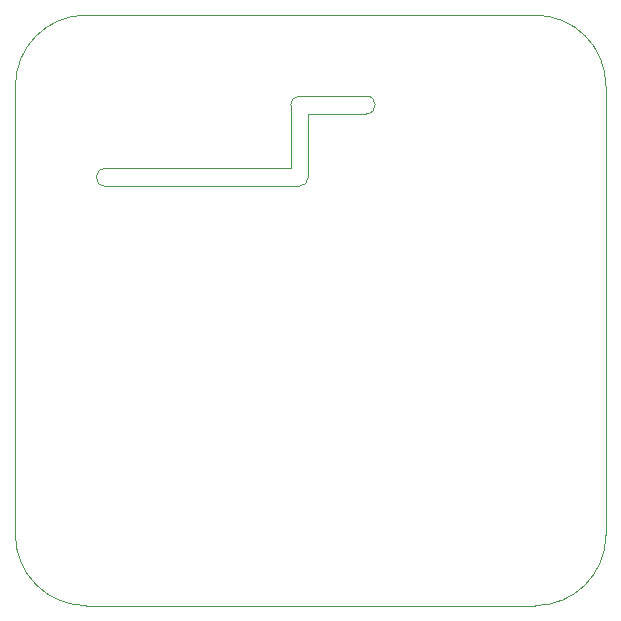
<source format=gbr>
%TF.GenerationSoftware,KiCad,Pcbnew,(6.0.9)*%
%TF.CreationDate,2022-11-20T21:59:21+01:00*%
%TF.ProjectId,repeat-hw,72657065-6174-42d6-9877-2e6b69636164,rev?*%
%TF.SameCoordinates,Original*%
%TF.FileFunction,Profile,NP*%
%FSLAX46Y46*%
G04 Gerber Fmt 4.6, Leading zero omitted, Abs format (unit mm)*
G04 Created by KiCad (PCBNEW (6.0.9)) date 2022-11-20 21:59:21*
%MOMM*%
%LPD*%
G01*
G04 APERTURE LIST*
%TA.AperFunction,Profile*%
%ADD10C,0.100000*%
%TD*%
G04 APERTURE END LIST*
D10*
X174800000Y-129600000D02*
G75*
G03*
X180800000Y-123600000I0J6000000D01*
G01*
X180800000Y-85600000D02*
G75*
G03*
X174800000Y-79600000I-6000000J0D01*
G01*
X138400000Y-92590000D02*
X154100000Y-92590000D01*
X138400000Y-94090000D02*
X154850000Y-94090000D01*
X130800000Y-85600000D02*
X130800000Y-123600000D01*
X180800000Y-123600000D02*
X180800000Y-85600000D01*
X155600000Y-93340000D02*
X155600000Y-87950000D01*
X130800000Y-123600000D02*
G75*
G03*
X136800000Y-129600000I6000000J0D01*
G01*
X138400000Y-92590000D02*
G75*
G03*
X138400000Y-94090000I0J-750000D01*
G01*
X136800000Y-79600000D02*
X174800000Y-79600000D01*
X154850000Y-86450000D02*
G75*
G03*
X154100000Y-87200000I0J-750000D01*
G01*
X160510000Y-86450000D02*
X154850000Y-86450000D01*
X160510000Y-87950000D02*
G75*
G03*
X160510000Y-86450000I0J750000D01*
G01*
X154850000Y-94090000D02*
G75*
G03*
X155600000Y-93340000I0J750000D01*
G01*
X174800000Y-129600000D02*
X136800000Y-129600000D01*
X154100000Y-87200000D02*
X154100000Y-92590000D01*
X155600000Y-87950000D02*
X160510000Y-87950000D01*
X136800000Y-79600000D02*
G75*
G03*
X130800000Y-85600000I0J-6000000D01*
G01*
M02*

</source>
